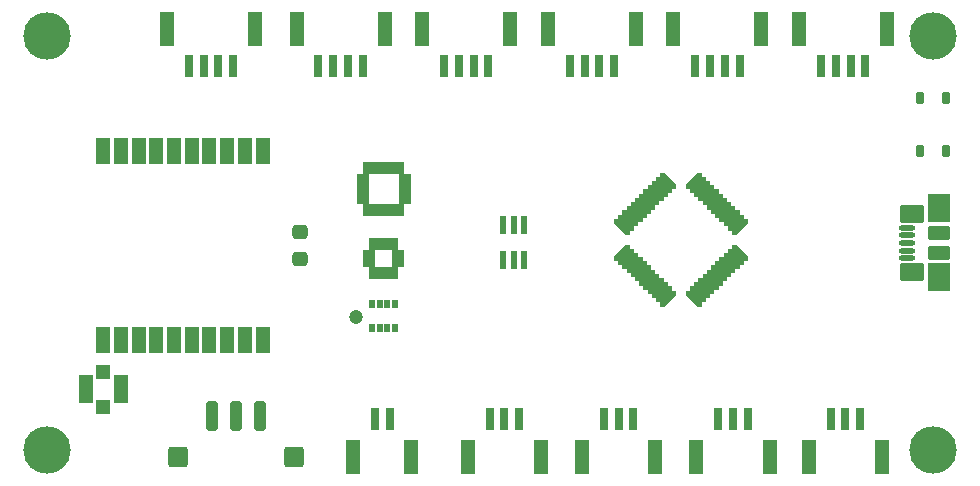
<source format=gts>
G04*
G04 #@! TF.GenerationSoftware,Altium Limited,Altium Designer,20.1.8 (145)*
G04*
G04 Layer_Color=8388736*
%FSLAX25Y25*%
%MOIN*%
G70*
G04*
G04 #@! TF.SameCoordinates,34700BE4-7B1B-4339-AD5F-997C77E8816B*
G04*
G04*
G04 #@! TF.FilePolarity,Negative*
G04*
G01*
G75*
%ADD19R,0.04934X0.09461*%
%ADD20R,0.04737X0.04737*%
G04:AMPARAMS|DCode=21|XSize=45.28mil|YSize=51.18mil|CornerRadius=9.73mil|HoleSize=0mil|Usage=FLASHONLY|Rotation=90.000|XOffset=0mil|YOffset=0mil|HoleType=Round|Shape=RoundedRectangle|*
%AMROUNDEDRECTD21*
21,1,0.04528,0.03171,0,0,90.0*
21,1,0.02581,0.05118,0,0,90.0*
1,1,0.01947,0.01586,0.01290*
1,1,0.01947,0.01586,-0.01290*
1,1,0.01947,-0.01586,-0.01290*
1,1,0.01947,-0.01586,0.01290*
%
%ADD21ROUNDEDRECTD21*%
%ADD22R,0.04737X0.08674*%
%ADD23R,0.03162X0.07493*%
%ADD24R,0.04737X0.11430*%
%ADD25R,0.01968X0.06299*%
G04:AMPARAMS|DCode=26|XSize=19.81mil|YSize=70.99mil|CornerRadius=0mil|HoleSize=0mil|Usage=FLASHONLY|Rotation=135.000|XOffset=0mil|YOffset=0mil|HoleType=Round|Shape=Round|*
%AMOVALD26*
21,1,0.05118,0.01981,0.00000,0.00000,225.0*
1,1,0.01981,0.01810,0.01810*
1,1,0.01981,-0.01810,-0.01810*
%
%ADD26OVALD26*%

G04:AMPARAMS|DCode=27|XSize=19.81mil|YSize=70.99mil|CornerRadius=0mil|HoleSize=0mil|Usage=FLASHONLY|Rotation=45.000|XOffset=0mil|YOffset=0mil|HoleType=Round|Shape=Round|*
%AMOVALD27*
21,1,0.05118,0.01981,0.00000,0.00000,135.0*
1,1,0.01981,0.01810,-0.01810*
1,1,0.01981,-0.01810,0.01810*
%
%ADD27OVALD27*%

%ADD28R,0.01981X0.03950*%
%ADD29R,0.01981X0.03950*%
%ADD30R,0.03950X0.01981*%
%ADD31R,0.02178X0.02769*%
G04:AMPARAMS|DCode=32|XSize=39.37mil|YSize=29.53mil|CornerRadius=7.53mil|HoleSize=0mil|Usage=FLASHONLY|Rotation=270.000|XOffset=0mil|YOffset=0mil|HoleType=Round|Shape=RoundedRectangle|*
%AMROUNDEDRECTD32*
21,1,0.03937,0.01447,0,0,270.0*
21,1,0.02431,0.02953,0,0,270.0*
1,1,0.01506,-0.00723,-0.01216*
1,1,0.01506,-0.00723,0.01216*
1,1,0.01506,0.00723,0.01216*
1,1,0.01506,0.00723,-0.01216*
%
%ADD32ROUNDEDRECTD32*%
G04:AMPARAMS|DCode=33|XSize=46.26mil|YSize=74.8mil|CornerRadius=7.17mil|HoleSize=0mil|Usage=FLASHONLY|Rotation=270.000|XOffset=0mil|YOffset=0mil|HoleType=Round|Shape=RoundedRectangle|*
%AMROUNDEDRECTD33*
21,1,0.04626,0.06046,0,0,270.0*
21,1,0.03192,0.07480,0,0,270.0*
1,1,0.01434,-0.03023,-0.01596*
1,1,0.01434,-0.03023,0.01596*
1,1,0.01434,0.03023,0.01596*
1,1,0.01434,0.03023,-0.01596*
%
%ADD33ROUNDEDRECTD33*%
G04:AMPARAMS|DCode=34|XSize=93.5mil|YSize=74.8mil|CornerRadius=7.11mil|HoleSize=0mil|Usage=FLASHONLY|Rotation=270.000|XOffset=0mil|YOffset=0mil|HoleType=Round|Shape=RoundedRectangle|*
%AMROUNDEDRECTD34*
21,1,0.09350,0.06059,0,0,270.0*
21,1,0.07929,0.07480,0,0,270.0*
1,1,0.01421,-0.03030,-0.03965*
1,1,0.01421,-0.03030,0.03965*
1,1,0.01421,0.03030,0.03965*
1,1,0.01421,0.03030,-0.03965*
%
%ADD34ROUNDEDRECTD34*%
G04:AMPARAMS|DCode=35|XSize=58.07mil|YSize=82.68mil|CornerRadius=6.97mil|HoleSize=0mil|Usage=FLASHONLY|Rotation=270.000|XOffset=0mil|YOffset=0mil|HoleType=Round|Shape=RoundedRectangle|*
%AMROUNDEDRECTD35*
21,1,0.05807,0.06874,0,0,270.0*
21,1,0.04413,0.08268,0,0,270.0*
1,1,0.01394,-0.03437,-0.02207*
1,1,0.01394,-0.03437,0.02207*
1,1,0.01394,0.03437,0.02207*
1,1,0.01394,0.03437,-0.02207*
%
%ADD35ROUNDEDRECTD35*%
G04:AMPARAMS|DCode=36|XSize=17.72mil|YSize=54.33mil|CornerRadius=7.09mil|HoleSize=0mil|Usage=FLASHONLY|Rotation=270.000|XOffset=0mil|YOffset=0mil|HoleType=Round|Shape=RoundedRectangle|*
%AMROUNDEDRECTD36*
21,1,0.01772,0.04016,0,0,270.0*
21,1,0.00354,0.05433,0,0,270.0*
1,1,0.01417,-0.02008,-0.00177*
1,1,0.01417,-0.02008,0.00177*
1,1,0.01417,0.02008,0.00177*
1,1,0.01417,0.02008,-0.00177*
%
%ADD36ROUNDEDRECTD36*%
%ADD37R,0.03950X0.01981*%
G04:AMPARAMS|DCode=38|XSize=66.93mil|YSize=66.93mil|CornerRadius=9.71mil|HoleSize=0mil|Usage=FLASHONLY|Rotation=180.000|XOffset=0mil|YOffset=0mil|HoleType=Round|Shape=RoundedRectangle|*
%AMROUNDEDRECTD38*
21,1,0.06693,0.04752,0,0,180.0*
21,1,0.04752,0.06693,0,0,180.0*
1,1,0.01941,-0.02376,0.02376*
1,1,0.01941,0.02376,0.02376*
1,1,0.01941,0.02376,-0.02376*
1,1,0.01941,-0.02376,-0.02376*
%
%ADD38ROUNDEDRECTD38*%
G04:AMPARAMS|DCode=39|XSize=100.39mil|YSize=39.37mil|CornerRadius=9.84mil|HoleSize=0mil|Usage=FLASHONLY|Rotation=270.000|XOffset=0mil|YOffset=0mil|HoleType=Round|Shape=RoundedRectangle|*
%AMROUNDEDRECTD39*
21,1,0.10039,0.01968,0,0,270.0*
21,1,0.08071,0.03937,0,0,270.0*
1,1,0.01968,-0.00984,-0.04035*
1,1,0.01968,-0.00984,0.04035*
1,1,0.01968,0.00984,0.04035*
1,1,0.01968,0.00984,-0.04035*
%
%ADD39ROUNDEDRECTD39*%
%ADD40C,0.15800*%
%ADD41C,0.04737*%
D19*
X34350Y29921D02*
D03*
X22736D02*
D03*
D20*
X28543Y24016D02*
D03*
Y35827D02*
D03*
D21*
X94095Y82390D02*
D03*
Y73532D02*
D03*
D22*
X81693Y109252D02*
D03*
X69882D02*
D03*
X40354D02*
D03*
X75787Y46260D02*
D03*
X34449D02*
D03*
X75787Y109252D02*
D03*
X63976D02*
D03*
X58071D02*
D03*
X52165D02*
D03*
X46260D02*
D03*
X34449D02*
D03*
X28543D02*
D03*
Y46260D02*
D03*
X40354D02*
D03*
X46260D02*
D03*
X52165D02*
D03*
X58071D02*
D03*
X63976D02*
D03*
X69882D02*
D03*
X81693D02*
D03*
D23*
X66929Y137598D02*
D03*
X62008D02*
D03*
X57087D02*
D03*
X71850D02*
D03*
X152065D02*
D03*
X147144D02*
D03*
X142223D02*
D03*
X156986D02*
D03*
X240707Y137598D02*
D03*
X282636D02*
D03*
X198916Y137598D02*
D03*
X238498Y19882D02*
D03*
X275959D02*
D03*
X162254D02*
D03*
X200346D02*
D03*
X115059Y137598D02*
D03*
X267872Y137598D02*
D03*
X225943D02*
D03*
X184152Y137598D02*
D03*
X280881Y19882D02*
D03*
X243419D02*
D03*
X205267D02*
D03*
X167175D02*
D03*
X100295Y137598D02*
D03*
X124016Y19882D02*
D03*
X272794Y137598D02*
D03*
X277715D02*
D03*
X233576Y19882D02*
D03*
X195425D02*
D03*
X157333D02*
D03*
X271038D02*
D03*
X105217Y137598D02*
D03*
X110138D02*
D03*
X189073D02*
D03*
X193994D02*
D03*
X230864Y137598D02*
D03*
X235786D02*
D03*
X119095Y19882D02*
D03*
D24*
X79134Y150197D02*
D03*
X49803D02*
D03*
X164270D02*
D03*
X134939D02*
D03*
X260589Y150197D02*
D03*
X289919D02*
D03*
X226293Y7283D02*
D03*
X250702D02*
D03*
X188141D02*
D03*
X212551D02*
D03*
X150049D02*
D03*
X174458D02*
D03*
X263755D02*
D03*
X288164D02*
D03*
X93012Y150197D02*
D03*
X122343D02*
D03*
X176868D02*
D03*
X206199D02*
D03*
X218660Y150197D02*
D03*
X247990D02*
D03*
X131299Y7283D02*
D03*
X111811D02*
D03*
D25*
X161811Y84547D02*
D03*
X165354D02*
D03*
X168898D02*
D03*
Y72933D02*
D03*
X165354D02*
D03*
X161811D02*
D03*
D26*
X225476Y99449D02*
D03*
X208495Y68548D02*
D03*
X226868Y98057D02*
D03*
X207103Y69940D02*
D03*
X228260Y96665D02*
D03*
X229652Y95273D02*
D03*
X231044Y93881D02*
D03*
X232436Y92489D02*
D03*
X233828Y91098D02*
D03*
X235220Y89706D02*
D03*
X236612Y88314D02*
D03*
X238004Y86922D02*
D03*
X239396Y85530D02*
D03*
X240788Y84138D02*
D03*
X216846Y60196D02*
D03*
X215454Y61588D02*
D03*
X214062Y62980D02*
D03*
X212671Y64372D02*
D03*
X211279Y65764D02*
D03*
X209887Y67156D02*
D03*
X205711Y71332D02*
D03*
X204319Y72724D02*
D03*
X202927Y74116D02*
D03*
X201535Y75508D02*
D03*
D27*
X231044Y65764D02*
D03*
X207103Y89706D02*
D03*
X209887Y92489D02*
D03*
X232436Y67156D02*
D03*
X201535Y84138D02*
D03*
X202927Y85530D02*
D03*
X204319Y86922D02*
D03*
X205711Y88314D02*
D03*
X208495Y91098D02*
D03*
X211279Y93881D02*
D03*
X212671Y95273D02*
D03*
X214062Y96665D02*
D03*
X215454Y98057D02*
D03*
X216846Y99449D02*
D03*
X240788Y75508D02*
D03*
X239396Y74116D02*
D03*
X238004Y72724D02*
D03*
X236612Y71332D02*
D03*
X235220Y69940D02*
D03*
X233828Y68548D02*
D03*
X229652Y64372D02*
D03*
X228260Y62980D02*
D03*
X226868Y61588D02*
D03*
X225476Y60196D02*
D03*
D28*
X125984Y89709D02*
D03*
X124016D02*
D03*
X116142D02*
D03*
X120079D02*
D03*
X127953Y103686D02*
D03*
X118110D02*
D03*
X120079D02*
D03*
X127953Y89709D02*
D03*
X116142Y103686D02*
D03*
X118110Y89709D02*
D03*
X122047D02*
D03*
Y103686D02*
D03*
X124016D02*
D03*
X125984D02*
D03*
D29*
X124016Y78453D02*
D03*
X118110Y68610D02*
D03*
X120079Y78453D02*
D03*
X125984Y68610D02*
D03*
X118110Y78453D02*
D03*
X122047D02*
D03*
X125984D02*
D03*
X124016Y68610D02*
D03*
X122047D02*
D03*
X120079D02*
D03*
D30*
X126969Y73532D02*
D03*
X117126Y75500D02*
D03*
Y71563D02*
D03*
Y73532D02*
D03*
X126969Y75500D02*
D03*
Y71563D02*
D03*
D31*
X125886Y58351D02*
D03*
X120768D02*
D03*
X125886Y50280D02*
D03*
X123327Y58351D02*
D03*
X123327Y50280D02*
D03*
X120768D02*
D03*
X118209D02*
D03*
X118209Y58351D02*
D03*
D32*
X309350Y109252D02*
D03*
Y126969D02*
D03*
X300886D02*
D03*
Y109252D02*
D03*
D33*
X307087Y75441D02*
D03*
Y82039D02*
D03*
D34*
Y90207D02*
D03*
Y67274D02*
D03*
D35*
X298031Y88437D02*
D03*
Y69043D02*
D03*
D36*
X296614Y83858D02*
D03*
Y73622D02*
D03*
Y76181D02*
D03*
Y78740D02*
D03*
Y81299D02*
D03*
D37*
X129035Y98666D02*
D03*
Y100634D02*
D03*
Y92760D02*
D03*
Y96697D02*
D03*
Y94729D02*
D03*
X115059Y100634D02*
D03*
Y96697D02*
D03*
Y98666D02*
D03*
Y92760D02*
D03*
Y94729D02*
D03*
D38*
X92126Y7283D02*
D03*
X53543D02*
D03*
D39*
X80709Y20965D02*
D03*
X72835D02*
D03*
X64961D02*
D03*
D40*
X305118Y147638D02*
D03*
Y9843D02*
D03*
X9843Y147638D02*
D03*
Y9843D02*
D03*
D41*
X112763Y54134D02*
D03*
M02*

</source>
